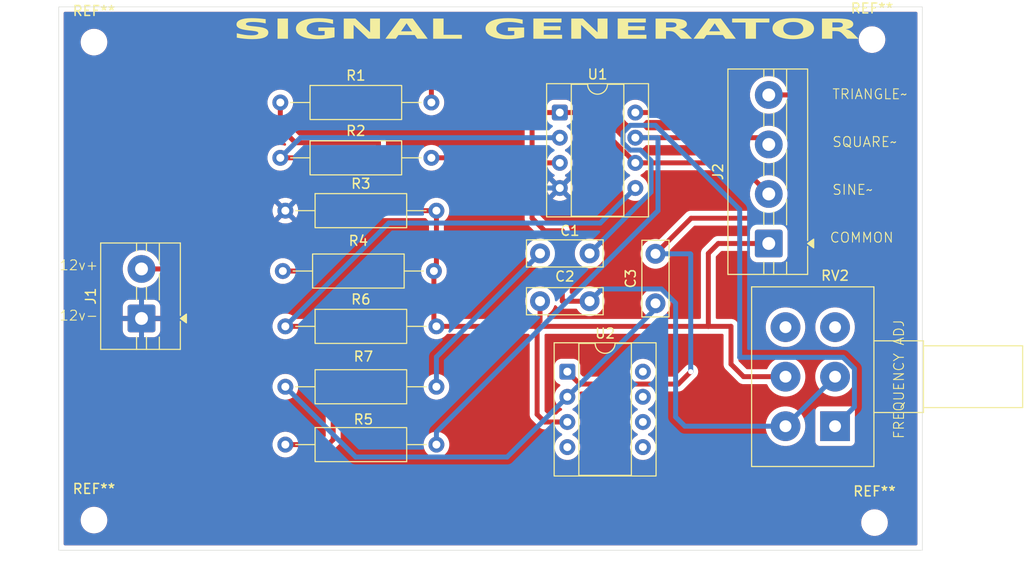
<source format=kicad_pcb>
(kicad_pcb (version 20241229) (generator "pcbnew") (generator_version "9.0")
  (layers (0 "F.Cu" signal) (2 "B.Cu" signal) (13 "F.Paste" user) (15 "B.Paste" user) (5 "F.SilkS" user "F.Silkscreen") (7 "B.SilkS" user "B.Silkscreen") (1 "F.Mask" user) (3 "B.Mask" user) (25 "Edge.Cuts" user))
  (net 0 "")
  (net 1 "SINE")
  (net 2 "Net-(C1-Pad1)")
  (net 3 "Net-(U1A-+)")
  (net 4 "Net-(J2-Pin_1)")
  (net 5 "Net-(U2A--)")
  (net 6 "TRIANGLE")
  (net 7 "12v-")
  (net 8 "12v+")
  (net 9 "SQUARE")
  (net 10 "Net-(U1A--)")
  (net 11 "Net-(U1B-+)")
  (footprint "Capacitor_THT:C_Disc_D7.5mm_W2.5mm_P5.00mm" (layer "F.Cu") (at 166.33 39.624 180)
    (property "Reference" "C1" (at 1.992 2.286 0) (layer "F.SilkS"))
    (property "Value" "0.1uf")
    (fp_line (start 6.37 1.37) (end -1.37 1.37) (stroke (width 0.12)) (layer "F.SilkS"))
    (fp_line (start 6.37 -1.37) (end 6.37 1.37) (stroke (width 0.12)) (layer "F.SilkS"))
    (fp_line (start -1.37 1.37) (end -1.37 -1.37) (stroke (width 0.12)) (layer "F.SilkS"))
    (fp_line (start -1.37 -1.37) (end 6.37 -1.37) (stroke (width 0.12)) (layer "F.SilkS"))
    (pad "1" thru_hole circle (at 0 0 180) (size 2 2) (drill 1) (layers "*.Cu" "*.Mask") (net 2 "Net-(C1-Pad1)"))
    (pad "2" thru_hole circle (at 5 0 180) (size 2 2) (drill 1) (layers "*.Cu" "*.Mask") (net 1 "SINE"))
  )
  (footprint "Package_DIP:CERDIP-8_W7.62mm_SideBrazed_Socket" (layer "F.Cu") (at 164.084 51.562)
    (property "Reference" "U2" (at 3.81 -3.855 0) (layer "F.SilkS"))
    (property "Value" "LM358")
    (fp_line (start 1.16 -2.855) (end 1.16 10.475) (stroke (width 0.12)) (layer "F.SilkS"))
    (fp_line (start 1.16 10.475) (end 6.46 10.475) (stroke (width 0.12)) (layer "F.SilkS"))
    (fp_line (start 2.81 -2.855) (end 1.16 -2.855) (stroke (width 0.12)) (layer "F.SilkS"))
    (fp_line (start 6.46 -2.855) (end 4.81 -2.855) (stroke (width 0.12)) (layer "F.SilkS"))
    (fp_line (start 6.46 10.475) (end 6.46 -2.855) (stroke (width 0.12)) (layer "F.SilkS"))
    (fp_rect (start -1.33 -2.915) (end 8.95 10.535) (stroke (width 0.12)) (fill no) (layer "F.SilkS"))
    (fp_arc (start 4.81 -2.855) (mid 3.81 -1.855) (end 2.81 -2.855) (stroke (width 0.12)) (layer "F.SilkS"))
    (pad "1" thru_hole roundrect (at 0 0) (size 1.6 1.6) (drill 0.8) (layers "*.Cu" "*.Mask") (roundrect_rratio 0.15625) (net 6 "TRIANGLE"))
    (pad "2" thru_hole circle (at 0 2.54) (size 1.6 1.6) (drill 0.8) (layers "*.Cu" "*.Mask") (net 5 "Net-(U2A--)"))
    (pad "3" thru_hole circle (at 0 5.08) (size 1.6 1.6) (drill 0.8) (layers "*.Cu" "*.Mask") (net 4 "Net-(J2-Pin_1)"))
    (pad "4" thru_hole circle (at 0 7.62) (size 1.6 1.6) (drill 0.8) (layers "*.Cu" "*.Mask"))
    (pad "5" thru_hole circle (at 7.62 7.62) (size 1.6 1.6) (drill 0.8) (layers "*.Cu" "*.Mask"))
    (pad "6" thru_hole circle (at 7.62 5.08) (size 1.6 1.6) (drill 0.8) (layers "*.Cu" "*.Mask"))
    (pad "7" thru_hole circle (at 7.62 2.54) (size 1.6 1.6) (drill 0.8) (layers "*.Cu" "*.Mask"))
    (pad "8" thru_hole circle (at 7.62 0) (size 1.6 1.6) (drill 0.8) (layers "*.Cu" "*.Mask"))
  )
  (footprint "MountingHole:MountingHole_2.2mm_M2" (layer "F.Cu") (at 116.332 18.288)
    (property "Reference" "REF**" (at 0 -3.15 0) (layer "F.SilkS"))
    (property "Value" "MountingHole_2.2mm_M2")
    (pad "" np_thru_hole circle (at 0 0) (size 2.2 2.2) (drill 2.2) (layers "*.Cu" "*.Mask"))
  )
  (footprint "Potentiometer_THT:Potentiometer_Alps_RK163_Dual_Horizontal" (layer "F.Cu") (at 191.092 57.07 180)
    (property "Reference" "RV2" (at -0.000001 15.199999 0) (layer "F.SilkS"))
    (property "Value" "R_Potentiometer_Dual")
    (fp_line (start 8.42 14.07) (end 8.42 -4.07) (stroke (width 0.12)) (layer "F.SilkS"))
    (fp_line (start 8.42 14.07) (end -3.92 14.07) (stroke (width 0.12)) (layer "F.SilkS"))
    (fp_line (start 8.42 -4.07) (end -3.92 -4.07) (stroke (width 0.12)) (layer "F.SilkS"))
    (fp_line (start -3.92 14.07) (end -3.92 -4.07) (stroke (width 0.12)) (layer "F.SilkS"))
    (fp_line (start -3.92 8.62) (end -8.92 8.62) (stroke (width 0.12)) (layer "F.SilkS"))
    (fp_line (start -3.92 1.38) (end -8.92 1.38) (stroke (width 0.12)) (layer "F.SilkS"))
    (fp_line (start -8.92 8.62) (end -8.92 1.38) (stroke (width 0.12)) (layer "F.SilkS"))
    (fp_line (start -8.92 8.12) (end -18.92 8.12) (stroke (width 0.12)) (layer "F.SilkS"))
    (fp_line (start -8.92 1.88) (end -18.92 1.88) (stroke (width 0.12)) (layer "F.SilkS"))
    (fp_line (start -18.92 8.12) (end -18.92 1.88) (stroke (width 0.12)) (layer "F.SilkS"))
    (pad "1" thru_hole rect (at 0 0) (size 3 3) (drill 1.2) (layers "*.Cu" "*.Mask") (net 2 "Net-(C1-Pad1)"))
    (pad "2" thru_hole circle (at 0 5) (size 3 3) (drill 1.2) (layers "*.Cu" "*.Mask") (net 3 "Net-(U1A-+)"))
    (pad "3" thru_hole circle (at 0 10) (size 3 3) (drill 1.2) (layers "*.Cu" "*.Mask"))
    (pad "4" thru_hole circle (at 5 0) (size 3 3) (drill 1.2) (layers "*.Cu" "*.Mask") (net 3 "Net-(U1A-+)"))
    (pad "5" thru_hole circle (at 5 5) (size 3 3) (drill 1.2) (layers "*.Cu" "*.Mask") (net 4 "Net-(J2-Pin_1)"))
    (pad "6" thru_hole circle (at 5 10) (size 3 3) (drill 1.2) (layers "*.Cu" "*.Mask"))
  )
  (footprint "Resistor_THT:R_Axial_DIN0309_L9.0mm_D3.2mm_P15.24mm_Horizontal" (layer "F.Cu") (at 135.636 35.306)
    (property "Reference" "R3" (at 7.62 -2.72 0) (layer "F.SilkS"))
    (property "Value" "10k")
    (fp_line (start 1.04 0) (end 3 0) (stroke (width 0.12)) (layer "F.SilkS"))
    (fp_line (start 14.2 0) (end 12.24 0) (stroke (width 0.12)) (layer "F.SilkS"))
    (fp_rect (start 3 -1.72) (end 12.24 1.72) (stroke (width 0.12)) (fill no) (layer "F.SilkS"))
    (pad "1" thru_hole circle (at 0 0) (size 1.6 1.6) (drill 0.8) (layers "*.Cu" "*.Mask") (net 7 "12v-"))
    (pad "2" thru_hole circle (at 15.24 0) (size 1.6 1.6) (drill 0.8) (layers "*.Cu" "*.Mask") (net 4 "Net-(J2-Pin_1)"))
  )
  (footprint "Resistor_THT:R_Axial_DIN0309_L9.0mm_D3.2mm_P15.24mm_Horizontal" (layer "F.Cu") (at 150.876 53.086 180)
    (property "Reference" "R7" (at 7.366 3.048 0) (layer "F.SilkS"))
    (property "Value" "1.5k")
    (fp_line (start 14.2 0) (end 12.24 0) (stroke (width 0.12)) (layer "F.SilkS"))
    (fp_line (start 1.04 0) (end 3 0) (stroke (width 0.12)) (layer "F.SilkS"))
    (fp_rect (start 3 -1.72) (end 12.24 1.72) (stroke (width 0.12)) (fill no) (layer "F.SilkS"))
    (pad "1" thru_hole circle (at 0 0 180) (size 1.6 1.6) (drill 0.8) (layers "*.Cu" "*.Mask") (net 1 "SINE"))
    (pad "2" thru_hole circle (at 15.24 0 180) (size 1.6 1.6) (drill 0.8) (layers "*.Cu" "*.Mask") (net 5 "Net-(U2A--)"))
  )
  (footprint "Capacitor_THT:C_Disc_D7.5mm_W2.5mm_P5.00mm" (layer "F.Cu") (at 161.33 44.45)
    (property "Reference" "C2" (at 2.5 -2.5 0) (layer "F.SilkS"))
    (property "Value" "0.1uf")
    (fp_line (start -1.37 -1.37) (end 6.37 -1.37) (stroke (width 0.12)) (layer "F.SilkS"))
    (fp_line (start -1.37 1.37) (end -1.37 -1.37) (stroke (width 0.12)) (layer "F.SilkS"))
    (fp_line (start 6.37 -1.37) (end 6.37 1.37) (stroke (width 0.12)) (layer "F.SilkS"))
    (fp_line (start 6.37 1.37) (end -1.37 1.37) (stroke (width 0.12)) (layer "F.SilkS"))
    (pad "1" thru_hole circle (at 0 0) (size 2 2) (drill 1) (layers "*.Cu" "*.Mask") (net 4 "Net-(J2-Pin_1)"))
    (pad "2" thru_hole circle (at 5 0) (size 2 2) (drill 1) (layers "*.Cu" "*.Mask") (net 3 "Net-(U1A-+)"))
  )
  (footprint "Resistor_THT:R_Axial_DIN0309_L9.0mm_D3.2mm_P15.24mm_Horizontal" (layer "F.Cu") (at 135.128 24.384)
    (property "Reference" "R1" (at 7.62 -2.72 0) (layer "F.SilkS"))
    (property "Value" "10k")
    (fp_line (start 1.04 0) (end 3 0) (stroke (width 0.12)) (layer "F.SilkS"))
    (fp_line (start 14.2 0) (end 12.24 0) (stroke (width 0.12)) (layer "F.SilkS"))
    (fp_rect (start 3 -1.72) (end 12.24 1.72) (stroke (width 0.12)) (fill no) (layer "F.SilkS"))
    (pad "1" thru_hole circle (at 0 0) (size 1.6 1.6) (drill 0.8) (layers "*.Cu" "*.Mask") (net 4 "Net-(J2-Pin_1)"))
    (pad "2" thru_hole circle (at 15.24 0) (size 1.6 1.6) (drill 0.8) (layers "*.Cu" "*.Mask") (net 8 "12v+"))
  )
  (footprint "MountingHole:MountingHole_2.2mm_M2" (layer "F.Cu") (at 194.818 18.034)
    (property "Reference" "REF**" (at 0 -3.15 0) (layer "F.SilkS"))
    (property "Value" "MountingHole_2.2mm_M2")
    (pad "" np_thru_hole circle (at 0 0) (size 2.2 2.2) (drill 2.2) (layers "*.Cu" "*.Mask"))
  )
  (footprint "MountingHole:MountingHole_2.2mm_M2" (layer "F.Cu") (at 195.072 66.802)
    (property "Reference" "REF**" (at 0 -3.15 0) (layer "F.SilkS"))
    (property "Value" "MountingHole_2.2mm_M2")
    (pad "" np_thru_hole circle (at 0 0) (size 2.2 2.2) (drill 2.2) (layers "*.Cu" "*.Mask"))
  )
  (footprint "Resistor_THT:R_Axial_DIN0309_L9.0mm_D3.2mm_P15.24mm_Horizontal" (layer "F.Cu") (at 150.622 41.402 180)
    (property "Reference" "R4" (at 7.62 3.048 0) (layer "F.SilkS"))
    (property "Value" "10")
    (fp_line (start 14.2 0) (end 12.24 0) (stroke (width 0.12)) (layer "F.SilkS"))
    (fp_line (start 1.04 0) (end 3 0) (stroke (width 0.12)) (layer "F.SilkS"))
    (fp_rect (start 3 -1.72) (end 12.24 1.72) (stroke (width 0.12)) (fill no) (layer "F.SilkS"))
    (pad "1" thru_hole circle (at 0 0 180) (size 1.6 1.6) (drill 0.8) (layers "*.Cu" "*.Mask") (net 4 "Net-(J2-Pin_1)"))
    (pad "2" thru_hole circle (at 15.24 0 180) (size 1.6 1.6) (drill 0.8) (layers "*.Cu" "*.Mask") (net 10 "Net-(U1A--)"))
  )
  (footprint "Resistor_THT:R_Axial_DIN0309_L9.0mm_D3.2mm_P15.24mm_Horizontal" (layer "F.Cu") (at 135.636 46.99)
    (property "Reference" "R6" (at 7.62 -2.72 0) (layer "F.SilkS"))
    (property "Value" "15k")
    (fp_line (start 1.04 0) (end 3 0) (stroke (width 0.12)) (layer "F.SilkS"))
    (fp_line (start 14.2 0) (end 12.24 0) (stroke (width 0.12)) (layer "F.SilkS"))
    (fp_rect (start 3 -1.72) (end 12.24 1.72) (stroke (width 0.12)) (fill no) (layer "F.SilkS"))
    (pad "1" thru_hole circle (at 0 0) (size 1.6 1.6) (drill 0.8) (layers "*.Cu" "*.Mask") (net 11 "Net-(U1B-+)"))
    (pad "2" thru_hole circle (at 15.24 0) (size 1.6 1.6) (drill 0.8) (layers "*.Cu" "*.Mask") (net 4 "Net-(J2-Pin_1)"))
  )
  (footprint "TerminalBlock:TerminalBlock_MaiXu_MX126-5.0-02P_1x02_P5.00mm" (layer "F.Cu") (at 121.1255 46.192 90)
    (property "Reference" "J1" (at 2.25 -5.12 90) (layer "F.SilkS"))
    (property "Value" "Screw_Terminal_01x02")
    (fp_line (start 7.62 -4.12) (end 7.62 3.92) (stroke (width 0.12)) (layer "F.SilkS"))
    (fp_line (start -3.12 -4.12) (end 7.62 -4.12) (stroke (width 0.12)) (layer "F.SilkS"))
    (fp_line (start 6.812 -0.5) (end 7.62 -0.5) (stroke (width 0.12)) (layer "F.SilkS"))
    (fp_line (start 1.88 -0.5) (end 3.188 -0.5) (stroke (width 0.12)) (layer "F.SilkS"))
    (fp_line (start -3.12 -0.5) (end -1.88 -0.5) (stroke (width 0.12)) (layer "F.SilkS"))
    (fp_line (start 6.812 0.5) (end 7.62 0.5) (stroke (width 0.12)) (layer "F.SilkS"))
    (fp_line (start 1.88 0.5) (end 3.188 0.5) (stroke (width 0.12)) (layer "F.SilkS"))
    (fp_line (start -3.12 0.5) (end -1.88 0.5) (stroke (width 0.12)) (layer "F.SilkS"))
    (fp_line (start 5.543 1.8) (end 7.62 1.8) (stroke (width 0.12)) (layer "F.SilkS"))
    (fp_line (start 1.88 1.8) (end 4.457 1.8) (stroke (width 0.12)) (layer "F.SilkS"))
    (fp_line (start -3.12 1.8) (end -1.88 1.8) (stroke (width 0.12)) (layer "F.SilkS"))
    (fp_line (start 7.62 3.92) (end 0.3 3.92) (stroke (width 0.12)) (layer "F.SilkS"))
    (fp_line (start -0.3 3.92) (end -3.12 3.92) (stroke (width 0.12)) (layer "F.SilkS"))
    (fp_line (start -3.12 3.92) (end -3.12 -4.12) (stroke (width 0.12)) (layer "F.SilkS"))
    (fp_poly (pts (xy 0 3.92) (xy 0.44 4.53) (xy -0.44 4.53)) (stroke (width 0.12)) (fill yes) (layer "F.SilkS"))
    (pad "1" thru_hole roundrect (at 0 0 90) (size 2.8 2.8) (drill 1.3) (layers "*.Cu" "*.Mask") (roundrect_rratio 0.089286) (net 7 "12v-"))
    (pad "2" thru_hole circle (at 5 0 90) (size 2.8 2.8) (drill 1.3) (layers "*.Cu" "*.Mask") (net 8 "12v+"))
  )
  (footprint "MountingHole:MountingHole_2.2mm_M2" (layer "F.Cu") (at 116.332 66.548)
    (property "Reference" "REF**" (at 0 -3.15 0) (layer "F.SilkS"))
    (property "Value" "MountingHole_2.2mm_M2")
    (pad "" np_thru_hole circle (at 0 0) (size 2.2 2.2) (drill 2.2) (layers "*.Cu" "*.Mask"))
  )
  (footprint "Capacitor_THT:C_Disc_D7.5mm_W2.5mm_P5.00mm" (layer "F.Cu") (at 172.974 44.664 90)
    (property "Reference" "C3" (at 2.5 -2.5 90) (layer "F.SilkS"))
    (property "Value" "0.1uf")
    (fp_line (start 6.37 -1.37) (end 6.37 1.37) (stroke (width 0.12)) (layer "F.SilkS"))
    (fp_line (start -1.37 -1.37) (end 6.37 -1.37) (stroke (width 0.12)) (layer "F.SilkS"))
    (fp_line (start 6.37 1.37) (end -1.37 1.37) (stroke (width 0.12)) (layer "F.SilkS"))
    (fp_line (start -1.37 1.37) (end -1.37 -1.37) (stroke (width 0.12)) (layer "F.SilkS"))
    (pad "1" thru_hole circle (at 0 0 90) (size 2 2) (drill 1) (layers "*.Cu" "*.Mask") (net 5 "Net-(U2A--)"))
    (pad "2" thru_hole circle (at 5 0 90) (size 2 2) (drill 1) (layers "*.Cu" "*.Mask") (net 6 "TRIANGLE"))
  )
  (footprint "TerminalBlock:TerminalBlock_MaiXu_MX126-5.0-04P_1x04_P5.00mm" (layer "F.Cu") (at 184.404 38.622 90)
    (property "Reference" "J2" (at 7.25 -5.12 90) (layer "F.SilkS"))
    (property "Value" "Screw_Terminal_01x04")
    (fp_line (start 17.62 -4.12) (end 17.62 3.92) (stroke (width 0.12)) (layer "F.SilkS"))
    (fp_line (start -3.12 -4.12) (end 17.62 -4.12) (stroke (width 0.12)) (layer "F.SilkS"))
    (fp_line (start 16.812 -0.5) (end 17.62 -0.5) (stroke (width 0.12)) (layer "F.SilkS"))
    (fp_line (start 11.812 -0.5) (end 13.188 -0.5) (stroke (width 0.12)) (layer "F.SilkS"))
    (fp_line (start 6.812 -0.5) (end 8.188 -0.5) (stroke (width 0.12)) (layer "F.SilkS"))
    (fp_line (start 1.88 -0.5) (end 3.188 -0.5) (stroke (width 0.12)) (layer "F.SilkS"))
    (fp_line (start -3.12 -0.5) (end -1.88 -0.5) (stroke (width 0.12)) (layer "F.SilkS"))
    (fp_line (start 16.812 0.5) (end 17.62 0.5) (stroke (width 0.12)) (layer "F.SilkS"))
    (fp_line (start 11.812 0.5) (end 13.188 0.5) (stroke (width 0.12)) (layer "F.SilkS"))
    (fp_line (start 6.812 0.5) (end 8.188 0.5) (stroke (width 0.12)) (layer "F.SilkS"))
    (fp_line (start 1.88 0.5) (end 3.188 0.5) (stroke (width 0.12)) (layer "F.SilkS"))
    (fp_line (start -3.12 0.5) (end -1.88 0.5) (stroke (width 0.12)) (layer "F.SilkS"))
    (fp_line (start 15.543 1.8) (end 17.62 1.8) (stroke (width 0.12)) (layer "F.SilkS"))
    (fp_line (start 10.543 1.8) (end 14.457 1.8) (stroke (width 0.12)) (layer "F.SilkS"))
    (fp_line (start 5.543 1.8) (end 9.457 1.8) (stroke (width 0.12)) (layer "F.SilkS"))
    (fp_line (start 1.88 1.8) (end 4.457 1.8) (stroke (width 0.12)) (layer "F.SilkS"))
    (fp_line (start -3.12 1.8) (end -1.88 1.8) (stroke (width 0.12)) (layer "F.SilkS"))
    (fp_line (start 17.62 3.92) (end 0.3 3.92) (stroke (width 0.12)) (layer "F.SilkS"))
    (fp_line (start -0.3 3.92) (end -3.12 3.92) (stroke (width 0.12)) (layer "F.SilkS"))
    (fp_line (start -3.12 3.92) (end -3.12 -4.12) (stroke (width 0.12)) (layer "F.SilkS"))
    (fp_poly (pts (xy 0 3.92) (xy 0.44 4.53) (xy -0.44 4.53)) (stroke (width 0.12)) (fill yes) (layer "F.SilkS"))
    (pad "1" thru_hole roundrect (at 0 0 90) (size 2.8 2.8) (drill 1.3) (layers "*.Cu" "*.Mask") (roundrect_rratio 0.089286) (net 4 "Net-(J2-Pin_1)"))
    (pad "2" thru_hole circle (at 5 0 90) (size 2.8 2.8) (drill 1.3) (layers "*.Cu" "*.Mask") (net 1 "SINE"))
    (pad "3" thru_hole circle (at 10 0 90) (size 2.8 2.8) (drill 1.3) (layers "*.Cu" "*.Mask") (net 9 "SQUARE"))
    (pad "4" thru_hole circle (at 15 0 90) (size 2.8 2.8) (drill 1.3) (layers "*.Cu" "*.Mask") (net 6 "TRIANGLE"))
  )
  (footprint "Resistor_THT:R_Axial_DIN0309_L9.0mm_D3.2mm_P15.24mm_Horizontal" (layer "F.Cu") (at 135.128 29.972)
    (property "Reference" "R2" (at 7.62 -2.72 0) (layer "F.SilkS"))
    (property "Value" "20")
    (fp_line (start 1.04 0) (end 3 0) (stroke (width 0.12)) (layer "F.SilkS"))
    (fp_line (start 14.2 0) (end 12.24 0) (stroke (width 0.12)) (layer "F.SilkS"))
    (fp_rect (start 3 -1.72) (end 12.24 1.72) (stroke (width 0.12)) (fill no) (layer "F.SilkS"))
    (pad "1" thru_hole circle (at 0 0) (size 1.6 1.6) (drill 0.8) (layers "*.Cu" "*.Mask") (net 10 "Net-(U1A--)"))
    (pad "2" thru_hole circle (at 15.24 0) (size 1.6 1.6) (drill 0.8) (layers "*.Cu" "*.Mask") (net 1 "SINE"))
  )
  (footprint "Resistor_THT:R_Axial_DIN0309_L9.0mm_D3.2mm_P15.24mm_Horizontal" (layer "F.Cu") (at 150.876 58.928 180)
    (property "Reference" "R5" (at 7.366 2.54 0) (layer "F.SilkS"))
    (property "Value" "15k")
    (fp_line (start 14.2 0) (end 12.24 0) (stroke (width 0.12)) (layer "F.SilkS"))
    (fp_line (start 1.04 0) (end 3 0) (stroke (width 0.12)) (layer "F.SilkS"))
    (fp_rect (start 3 -1.72) (end 12.24 1.72) (stroke (width 0.12)) (fill no) (layer "F.SilkS"))
    (pad "1" thru_hole circle (at 0 0 180) (size 1.6 1.6) (drill 0.8) (layers "*.Cu" "*.Mask") (net 9 "SQUARE"))
    (pad "2" thru_hole circle (at 15.24 0 180) (size 1.6 1.6) (drill 0.8) (layers "*.Cu" "*.Mask") (net 11 "Net-(U1B-+)"))
  )
  (footprint "Package_DIP:CERDIP-8_W7.62mm_SideBrazed_Socket" (layer "F.Cu") (at 163.322 25.4)
    (property "Reference" "U1" (at 3.81 -3.855 0) (layer "F.SilkS"))
    (property "Value" "LM358")
    (fp_line (start 1.16 -2.855) (end 1.16 10.475) (stroke (width 0.12)) (layer "F.SilkS"))
    (fp_line (start 1.16 10.475) (end 6.46 10.475) (stroke (width 0.12)) (layer "F.SilkS"))
    (fp_line (start 2.81 -2.855) (end 1.16 -2.855) (stroke (width 0.12)) (layer "F.SilkS"))
    (fp_line (start 6.46 -2.855) (end 4.81 -2.855) (stroke (width 0.12)) (layer "F.SilkS"))
    (fp_line (start 6.46 10.475) (end 6.46 -2.855) (stroke (width 0.12)) (layer "F.SilkS"))
    (fp_rect (start -1.33 -2.915) (end 8.95 10.535) (stroke (width 0.12)) (fill no) (layer "F.SilkS"))
    (fp_arc (start 4.81 -2.855) (mid 3.81 -1.855) (end 2.81 -2.855) (stroke (width 0.12)) (layer "F.SilkS"))
    (pad "1" thru_hole roundrect (at 0 0) (size 1.6 1.6) (drill 0.8) (layers "*.Cu" "*.Mask") (roundrect_rratio 0.15625) (net 1 "SINE"))
    (pad "2" thru_hole circle (at 0 2.54) (size 1.6 1.6) (drill 0.8) (layers "*.Cu" "*.Mask") (net 10 "Net-(U1A--)"))
    (pad "3" thru_hole circle (at 0 5.08) (size 1.6 1.6) (drill 0.8) (layers "*.Cu" "*.Mask") (net 3 "Net-(U1A-+)"))
    (pad "4" thru_hole circle (at 0 7.62) (size 1.6 1.6) (drill 0.8) (layers "*.Cu" "*.Mask") (net 7 "12v-"))
    (pad "5" thru_hole circle (at 7.62 7.62) (size 1.6 1.6) (drill 0.8) (layers "*.Cu" "*.Mask") (net 11 "Net-(U1B-+)"))
    (pad "6" thru_hole circle (at 7.62 5.08) (size 1.6 1.6) (drill 0.8) (layers "*.Cu" "*.Mask") (net 1 "SINE"))
    (pad "7" thru_hole circle (at 7.62 2.54) (size 1.6 1.6) (drill 0.8) (layers "*.Cu" "*.Mask") (net 9 "SQUARE"))
    (pad "8" thru_hole circle (at 7.62 0) (size 1.6 1.6) (drill 0.8) (layers "*.Cu" "*.Mask") (net 8 "12v+"))
  )
  (gr_rect (start 112.776 14.732) (end 199.898 69.596) (stroke (width 0.05)) (fill no) (layer "Edge.Cuts"))
  (gr_text "SINE~" (at 190.754 33.782 0) (layer "F.SilkS") (effects (font (size 1 1) (thickness 0.1)) (justify left bottom)))
  (gr_text "SIGNAL GENERATOR" (at 130.302 18.288 0) (layer "F.SilkS") (effects (font (size 2 4) (thickness 0.2) (bold yes)) (justify left bottom)))
  (gr_text "SQUARE~" (at 190.754 28.956 0) (layer "F.SilkS") (effects (font (size 1 1) (thickness 0.1)) (justify left bottom)))
  (gr_text "TRIANGLE~" (at 190.754 24.13 0) (layer "F.SilkS") (effects (font (size 1 1) (thickness 0.1)) (justify left bottom)))
  (gr_text "12v-" (at 112.776 46.482 0) (layer "F.SilkS") (effects (font (size 1 1) (thickness 0.1)) (justify left bottom)))
  (gr_text "COMMON" (at 190.5 38.608 0) (layer "F.SilkS") (effects (font (size 1 1) (thickness 0.1)) (justify left bottom)))
  (gr_text "12v+" (at 112.776 41.402 0) (layer "F.SilkS") (effects (font (size 1 1) (thickness 0.1)) (justify left bottom)))
  (gr_text "FREQUENCY ADJ" (at 198.12 58.42 90) (layer "F.SilkS") (effects (font (size 1 1) (thickness 0.1)) (justify left bottom)))
  (segment (start 181.262 30.48) (end 184.404 33.622) (width 0.5) (layer "F.Cu") (net 1))
  (segment (start 150.368 29.972) (end 160.528 29.972) (width 0.5) (layer "F.Cu") (net 1))
  (segment (start 160.528 25.4) (end 163.322 25.4) (width 0.5) (layer "F.Cu") (net 1))
  (segment (start 163.322 25.4) (end 165.862 25.4) (width 0.5) (layer "F.Cu") (net 1))
  (segment (start 165.862 25.4) (end 170.942 30.48) (width 0.5) (layer "F.Cu") (net 1))
  (segment (start 160.528 29.972) (end 160.528 25.4) (width 0.5) (layer "F.Cu") (net 1))
  (segment (start 170.942 30.48) (end 181.262 30.48) (width 0.5) (layer "F.Cu") (net 1))
  (segment (start 150.876 50.078) (end 161.33 39.624) (width 0.5) (layer "B.Cu") (net 1))
  (segment (start 150.876 53.086) (end 150.876 50.078) (width 0.5) (layer "B.Cu") (net 1))
  (segment (start 181.472388 35.193024) (end 181.472388 50.119) (width 0.5) (layer "B.Cu") (net 2))
  (segment (start 181.472388 50.119) (end 191.900131 50.119) (width 0.5) (layer "B.Cu") (net 2))
  (segment (start 169.691 28.458182) (end 169.691 27.421818) (width 0.5) (layer "B.Cu") (net 2))
  (segment (start 172.527 30.257818) (end 171.460182 29.191) (width 0.5) (layer "B.Cu") (net 2))
  (segment (start 191.900131 50.119) (end 193.043 51.261869) (width 0.5) (layer "B.Cu") (net 2))
  (segment (start 166.33 39.624) (end 172.527 33.427) (width 0.5) (layer "B.Cu") (net 2))
  (segment (start 172.527 33.427) (end 172.527 30.257818) (width 0.5) (layer "B.Cu") (net 2))
  (segment (start 170.423818 26.689) (end 172.968364 26.689) (width 0.5) (layer "B.Cu") (net 2))
  (segment (start 172.968364 26.689) (end 181.472388 35.193024) (width 0.5) (layer "B.Cu") (net 2))
  (segment (start 193.043 51.261869) (end 193.043 55.119) (width 0.5) (layer "B.Cu") (net 2))
  (segment (start 171.460182 29.191) (end 170.423818 29.191) (width 0.5) (layer "B.Cu") (net 2))
  (segment (start 193.043 55.119) (end 191.092 57.07) (width 0.5) (layer "B.Cu") (net 2))
  (segment (start 169.691 27.421818) (end 170.423818 26.689) (width 0.5) (layer "B.Cu") (net 2))
  (segment (start 170.423818 29.191) (end 169.691 28.458182) (width 0.5) (layer "B.Cu") (net 2))
  (segment (start 163.576 37.338) (end 163.576 44.45) (width 0.5) (layer "F.Cu") (net 3))
  (segment (start 161.798 37.338) (end 163.576 37.338) (width 0.5) (layer "F.Cu") (net 3))
  (segment (start 161.544 37.084) (end 161.798 37.338) (width 0.5) (layer "F.Cu") (net 3))
  (segment (start 163.576 44.45) (end 166.33 44.45) (width 0.5) (layer "F.Cu") (net 3))
  (segment (start 160.528 36.068) (end 161.544 37.084) (width 0.5) (layer "F.Cu") (net 3))
  (segment (start 161.798 30.48) (end 160.528 31.75) (width 0.5) (layer "F.Cu") (net 3))
  (segment (start 163.322 30.48) (end 161.798 30.48) (width 0.5) (layer "F.Cu") (net 3))
  (segment (start 160.528 31.75) (end 160.528 36.068) (width 0.5) (layer "F.Cu") (net 3))
  (segment (start 186.092 57.07) (end 191.092 52.07) (width 0.5) (layer "B.Cu") (net 3))
  (segment (start 173.575024 43.213) (end 175.006 44.643976) (width 0.5) (layer "B.Cu") (net 3))
  (segment (start 175.942 57.07) (end 186.092 57.07) (width 0.5) (layer "B.Cu") (net 3))
  (segment (start 166.33 44.45) (end 167.567 43.213) (width 0.5) (layer "B.Cu") (net 3))
  (segment (start 175.006 56.134) (end 175.942 57.07) (width 0.5) (layer "B.Cu") (net 3))
  (segment (start 167.567 43.213) (end 173.575024 43.213) (width 0.5) (layer "B.Cu") (net 3))
  (segment (start 175.006 44.643976) (end 175.006 56.134) (width 0.5) (layer "B.Cu") (net 3))
  (segment (start 161.29 46.99) (end 178.308 46.99) (width 0.5) (layer "F.Cu") (net 4))
  (segment (start 180.594 46.99) (end 180.594 50.8) (width 0.5) (layer "F.Cu") (net 4))
  (segment (start 135.128 24.384) (end 135.128 26.924) (width 0.5) (layer "F.Cu") (net 4))
  (segment (start 161.036 47.244) (end 161.29 46.99) (width 0.5) (layer "F.Cu") (net 4))
  (segment (start 184.404 38.622) (end 179.31 38.622) (width 0.5) (layer "F.Cu") (net 4))
  (segment (start 178.308 39.624) (end 178.308 46.99) (width 0.5) (layer "F.Cu") (net 4))
  (segment (start 181.864 52.07) (end 186.092 52.07) (width 0.5) (layer "F.Cu") (net 4))
  (segment (start 161.33 46.442) (end 160.782 46.99) (width 0.5) (layer "F.Cu") (net 4))
  (segment (start 150.622 46.736) (end 150.876 46.99) (width 0.5) (layer "F.Cu") (net 4))
  (segment (start 160.782 46.99) (end 161.29 46.99) (width 0.5) (layer "F.Cu") (net 4))
  (segment (start 150.876 35.306) (end 150.876 41.148) (width 0.5) (layer "F.Cu") (net 4))
  (segment (start 180.594 50.8) (end 181.864 52.07) (width 0.5) (layer "F.Cu") (net 4))
  (segment (start 164.084 56.642) (end 161.798 56.642) (width 0.5) (layer "F.Cu") (net 4))
  (segment (start 150.622 41.402) (end 150.622 46.736) (width 0.5) (layer "F.Cu") (net 4))
  (segment (start 145.034 35.306) (end 150.876 35.306) (width 0.5) (layer "F.Cu") (net 4))
  (segment (start 150.876 46.99) (end 160.782 46.99) (width 0.5) (layer "F.Cu") (net 4))
  (segment (start 161.798 56.642) (end 161.036 55.88) (width 0.5) (layer "F.Cu") (net 4))
  (segment (start 179.31 38.622) (end 178.308 39.624) (width 0.5) (layer "F.Cu") (net 4))
  (segment (start 161.33 44.45) (end 161.33 46.442) (width 0.5) (layer "F.Cu") (net 4))
  (segment (start 178.308 46.99) (end 180.594 46.99) (width 0.5) (layer "F.Cu") (net 4))
  (segment (start 135.128 26.924) (end 136.652 28.448) (width 0.5) (layer "F.Cu") (net 4))
  (segment (start 150.876 41.148) (end 150.622 41.402) (width 0.5) (layer "F.Cu") (net 4))
  (segment (start 136.652 28.448) (end 145.034 28.448) (width 0.5) (layer "F.Cu") (net 4))
  (segment (start 145.034 28.448) (end 145.034 35.306) (width 0.5) (layer "F.Cu") (net 4))
  (segment (start 161.036 55.88) (end 161.036 47.244) (width 0.5) (layer "F.Cu") (net 4))
  (segment (start 164.084 54.102) (end 172.974 45.212) (width 0.5) (layer "B.Cu") (net 5))
  (segment (start 142.729 60.179) (end 158.007 60.179) (width 0.5) (layer "B.Cu") (net 5))
  (segment (start 158.007 60.179) (end 164.084 54.102) (width 0.5) (layer "B.Cu") (net 5))
  (segment (start 135.636 53.086) (end 142.729 60.179) (width 0.5) (layer "B.Cu") (net 5))
  (segment (start 172.974 45.212) (end 172.974 44.664) (width 0.5) (layer "B.Cu") (net 5))
  (segment (start 187.452 23.876) (end 187.198 23.622) (width 0.5) (layer "F.Cu") (net 6))
  (segment (start 176.57 36.068) (end 185.674 36.068) (width 0.5) (layer "F.Cu") (net 6))
  (segment (start 185.674 36.068) (end 187.452 34.29) (width 0.5) (layer "F.Cu") (net 6))
  (segment (start 187.198 23.622) (end 184.404 23.622) (width 0.5) (layer "F.Cu") (net 6))
  (segment (start 175.279 52.813) (end 165.335 52.813) (width 0.5) (layer "F.Cu") (net 6))
  (segment (start 187.452 34.29) (end 187.452 23.876) (width 0.5) (layer "F.Cu") (net 6))
  (segment (start 172.974 39.664) (end 176.57 36.068) (width 0.5) (layer "F.Cu") (net 6))
  (segment (start 176.53 51.562) (end 175.279 52.813) (width 0.5) (layer "F.Cu") (net 6))
  (segment (start 165.335 52.813) (end 164.084 51.562) (width 0.5) (layer "F.Cu") (net 6))
  (via (at 176.53 51.562) (size 0.5) (drill 0.5) (layers "F.Cu" "B.Cu") (net 6))
  (segment (start 176.53 39.704) (end 176.53 51.562) (width 0.5) (layer "B.Cu") (net 6))
  (segment (start 176.49 39.664) (end 176.53 39.704) (width 0.5) (layer "B.Cu") (net 6))
  (segment (start 172.974 39.664) (end 176.49 39.664) (width 0.5) (layer "B.Cu") (net 6))
  (segment (start 133.604 37.338) (end 135.636 35.306) (width 0.5) (layer "F.Cu") (net 7))
  (segment (start 121.1255 46.192) (end 133.568 46.192) (width 0.5) (layer "F.Cu") (net 7))
  (segment (start 133.604 46.228) (end 133.604 37.338) (width 0.5) (layer "F.Cu") (net 7))
  (segment (start 133.568 46.192) (end 133.604 46.228) (width 0.5) (layer "F.Cu") (net 7))
  (segment (start 135.636 35.306) (end 137.922 33.02) (width 0.5) (layer "B.Cu") (net 7))
  (segment (start 137.922 33.02) (end 163.322 33.02) (width 0.5) (layer "B.Cu") (net 7))
  (segment (start 174.244 25.146) (end 174.244 20.066) (width 0.5) (layer "F.Cu") (net 8))
  (segment (start 131.318 40.894) (end 131.318 22.606) (width 0.5) (layer "F.Cu") (net 8))
  (segment (start 174.244 20.066) (end 150.368 20.066) (width 0.5) (layer "F.Cu") (net 8))
  (segment (start 121.1255 41.192) (end 131.02 41.192) (width 0.5) (layer "F.Cu") (net 8))
  (segment (start 173.99 25.4) (end 174.244 25.146) (width 0.5) (layer "F.Cu") (net 8))
  (segment (start 131.02 41.192) (end 131.318 40.894) (width 0.5) (layer "F.Cu") (net 8))
  (segment (start 170.942 25.4) (end 173.99 25.4) (width 0.5) (layer "F.Cu") (net 8))
  (segment (start 150.368 20.066) (end 150.368 24.384) (width 0.5) (layer "F.Cu") (net 8))
  (segment (start 131.318 22.606) (end 133.858 20.066) (width 0.5) (layer "F.Cu") (net 8))
  (segment (start 133.858 20.066) (end 150.368 20.066) (width 0.5) (layer "F.Cu") (net 8))
  (segment (start 183.722 27.94) (end 184.404 28.622) (width 0.5) (layer "F.Cu") (net 9))
  (segment (start 170.942 27.94) (end 183.722 27.94) (width 0.5) (layer "F.Cu") (net 9))
  (segment (start 150.876 57.658) (end 173.228 35.306) (width 0.5) (layer "B.Cu") (net 9))
  (segment (start 173.228 35.306) (end 173.228 27.94) (width 0.5) (layer "B.Cu") (net 9))
  (segment (start 173.228 27.94) (end 170.942 27.94) (width 0.5) (layer "B.Cu") (net 9))
  (segment (start 150.876 58.928) (end 150.876 57.658) (width 0.5) (layer "B.Cu") (net 9))
  (segment (start 137.922 41.402) (end 135.382 41.402) (width 0.5) (layer "F.Cu") (net 10))
  (segment (start 139.446 39.878) (end 137.922 41.402) (width 0.5) (layer "F.Cu") (net 10))
  (segment (start 135.128 29.972) (end 139.446 29.972) (width 0.5) (layer "F.Cu") (net 10))
  (segment (start 139.446 29.972) (end 139.446 39.878) (width 0.5) (layer "F.Cu") (net 10))
  (segment (start 135.128 29.972) (end 137.16 27.94) (width 0.5) (layer "B.Cu") (net 10))
  (segment (start 137.16 27.94) (end 163.322 27.94) (width 0.5) (layer "B.Cu") (net 10))
  (segment (start 135.636 46.99) (end 140.462 46.99) (width 0.5) (layer "F.Cu") (net 11))
  (segment (start 140.462 58.42) (end 139.954 58.928) (width 0.5) (layer "F.Cu") (net 11))
  (segment (start 139.954 58.928) (end 135.636 58.928) (width 0.5) (layer "F.Cu") (net 11))
  (segment (start 140.462 46.99) (end 140.462 58.42) (width 0.5) (layer "F.Cu") (net 11))
  (segment (start 146.069 36.557) (end 167.405 36.557) (width 0.5) (layer "B.Cu") (net 11))
  (segment (start 167.405 36.557) (end 170.942 33.02) (width 0.5) (layer "B.Cu") (net 11))
  (segment (start 135.636 46.99) (end 146.069 36.557) (width 0.5) (layer "B.Cu") (net 11))
  (zone (net 7) (net_name "12v-") (layer "F.Cu") (connect_pads (clearance 0.5)) (min_thickness 0.25) (fill yes (thermal_gap 0.5) (thermal_bridge_width 0.5))
    (polygon (pts (xy 112.776 14.732) (xy 112.776 69.596) (xy 199.898 69.596) (xy 199.898 14.732)))
  )
  (zone (net 7) (net_name "12v-") (layer "B.Cu") (priority 1) (connect_pads (clearance 0.5)) (min_thickness 0.25) (fill yes (thermal_gap 0.5) (thermal_bridge_width 0.5))
    (polygon (pts (xy 113.03 14.732) (xy 112.730069 69.613232) (xy 112.522 69.342) (xy 200.152 69.596) (xy 199.898 14.478) (xy 113.284 14.732)))
  )
)
</source>
